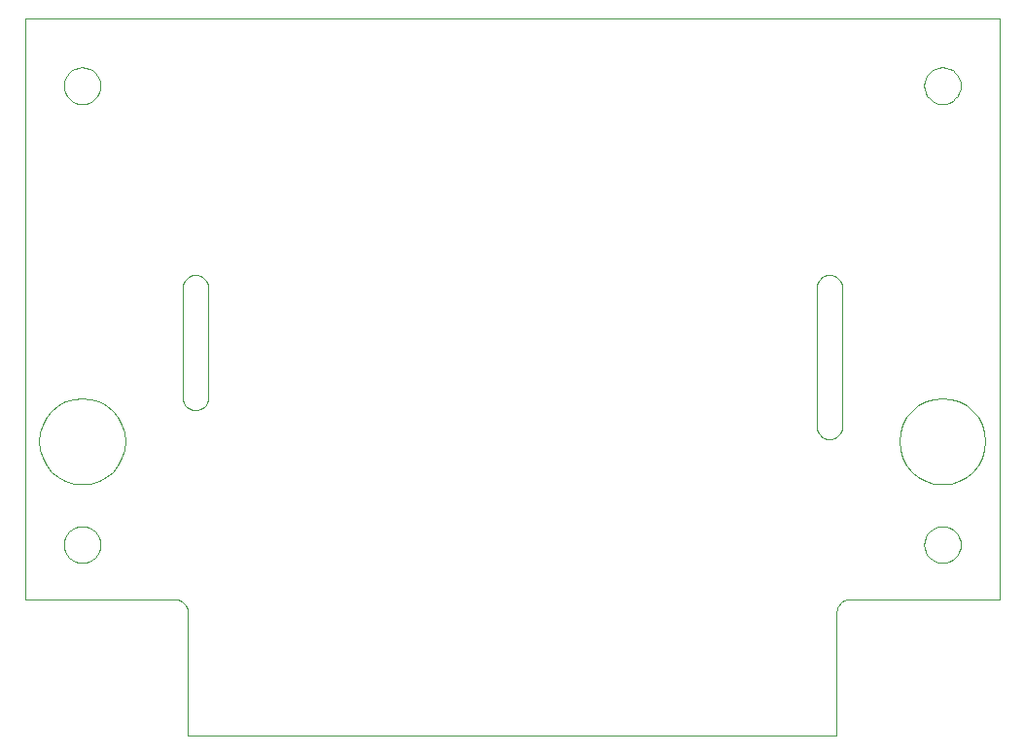
<source format=gm1>
G04 #@! TF.FileFunction,Profile,NP*
%FSLAX46Y46*%
G04 Gerber Fmt 4.6, Leading zero omitted, Abs format (unit mm)*
G04 Created by KiCad (PCBNEW 4.0.5+dfsg1-2) date Thu Jan 19 18:20:22 2017*
%MOMM*%
%LPD*%
G01*
G04 APERTURE LIST*
%ADD10C,0.100000*%
G04 APERTURE END LIST*
D10*
X65741840Y-108802935D02*
X65419167Y-108770208D01*
X66042757Y-108896748D02*
X65741840Y-108802935D01*
X66315362Y-109045093D02*
X66042757Y-108896748D01*
X66553102Y-109241412D02*
X66315362Y-109045093D01*
X66749421Y-109479151D02*
X66553102Y-109241412D01*
X66897765Y-109751757D02*
X66749421Y-109479151D01*
X66991578Y-110052674D02*
X66897765Y-109751757D01*
X67024306Y-110375347D02*
X66991578Y-110052674D01*
X66991578Y-110697642D02*
X67024306Y-110375347D01*
X66897765Y-110997560D02*
X66991578Y-110697642D01*
X66749421Y-111268753D02*
X66897765Y-110997560D01*
X66553102Y-111504874D02*
X66749421Y-111268753D01*
X66315362Y-111699573D02*
X66553102Y-111504874D01*
X66042757Y-111846504D02*
X66315362Y-111699573D01*
X65741840Y-111939318D02*
X66042757Y-111846504D01*
X65419167Y-111971667D02*
X65741840Y-111939318D01*
X65096873Y-111939318D02*
X65419167Y-111971667D01*
X64796955Y-111846504D02*
X65096873Y-111939318D01*
X64525761Y-111699573D02*
X64796955Y-111846504D01*
X64289641Y-111504874D02*
X64525761Y-111699573D01*
X64094941Y-111268753D02*
X64289641Y-111504874D01*
X63948010Y-110997560D02*
X64094941Y-111268753D01*
X63855196Y-110697642D02*
X63948010Y-110997560D01*
X63822847Y-110375347D02*
X63855196Y-110697642D01*
X63855196Y-110052674D02*
X63822847Y-110375347D01*
X63948010Y-109751757D02*
X63855196Y-110052674D01*
X64094941Y-109479151D02*
X63948010Y-109751757D01*
X64289641Y-109241412D02*
X64094941Y-109479151D01*
X64525761Y-109045093D02*
X64289641Y-109241412D01*
X64796955Y-108896748D02*
X64525761Y-109045093D01*
X65096873Y-108802935D02*
X64796955Y-108896748D01*
X65419167Y-108770208D02*
X65096873Y-108802935D01*
X140645003Y-108802935D02*
X140322708Y-108770208D01*
X140944921Y-108896748D02*
X140645003Y-108802935D01*
X141216114Y-109045093D02*
X140944921Y-108896748D01*
X141452235Y-109241412D02*
X141216114Y-109045093D01*
X141646935Y-109479151D02*
X141452235Y-109241412D01*
X141793865Y-109751757D02*
X141646935Y-109479151D01*
X141886679Y-110052674D02*
X141793865Y-109751757D01*
X141919028Y-110375347D02*
X141886679Y-110052674D01*
X141886679Y-110697642D02*
X141919028Y-110375347D01*
X141793865Y-110997560D02*
X141886679Y-110697642D01*
X141646935Y-111268753D02*
X141793865Y-110997560D01*
X141452235Y-111504874D02*
X141646935Y-111268753D01*
X141216114Y-111699573D02*
X141452235Y-111504874D01*
X140944921Y-111846504D02*
X141216114Y-111699573D01*
X140645003Y-111939318D02*
X140944921Y-111846504D01*
X140322708Y-111971667D02*
X140645003Y-111939318D01*
X140000035Y-111939318D02*
X140322708Y-111971667D01*
X139699119Y-111846504D02*
X140000035Y-111939318D01*
X139426512Y-111699573D02*
X139699119Y-111846504D01*
X139188773Y-111504874D02*
X139426512Y-111699573D01*
X138992454Y-111268753D02*
X139188773Y-111504874D01*
X138844109Y-110997560D02*
X138992454Y-111268753D01*
X138750296Y-110697642D02*
X138844109Y-110997560D01*
X138717569Y-110375347D02*
X138750296Y-110697642D01*
X138750296Y-110052674D02*
X138717569Y-110375347D01*
X138844109Y-109751757D02*
X138750296Y-110052674D01*
X138992454Y-109479151D02*
X138844109Y-109751757D01*
X139188773Y-109241412D02*
X138992454Y-109479151D01*
X139426512Y-109045093D02*
X139188773Y-109241412D01*
X139699119Y-108896748D02*
X139426512Y-109045093D01*
X140000035Y-108802935D02*
X139699119Y-108896748D01*
X140322708Y-108770208D02*
X140000035Y-108802935D01*
X66175225Y-97698543D02*
X65419167Y-97622431D01*
X66879940Y-97916853D02*
X66175225Y-97698543D01*
X67518066Y-98262324D02*
X66879940Y-97916853D01*
X68074357Y-98719914D02*
X67518066Y-98262324D01*
X68533566Y-99274585D02*
X68074357Y-98719914D01*
X68880449Y-99911298D02*
X68533566Y-99274585D01*
X69099759Y-100615013D02*
X68880449Y-99911298D01*
X69176250Y-101370694D02*
X69099759Y-100615013D01*
X69099759Y-102126375D02*
X69176250Y-101370694D01*
X68880449Y-102830091D02*
X69099759Y-102126375D01*
X68533566Y-103466804D02*
X68880449Y-102830091D01*
X68074357Y-104021475D02*
X68533566Y-103466804D01*
X67518066Y-104479065D02*
X68074357Y-104021475D01*
X66879940Y-104824536D02*
X67518066Y-104479065D01*
X66175225Y-105042846D02*
X66879940Y-104824536D01*
X65419167Y-105118958D02*
X66175225Y-105042846D01*
X64663487Y-105042846D02*
X65419167Y-105118958D01*
X63959771Y-104824536D02*
X64663487Y-105042846D01*
X63323058Y-104479065D02*
X63959771Y-104824536D01*
X62768386Y-104021475D02*
X63323058Y-104479065D01*
X62310796Y-103466804D02*
X62768386Y-104021475D01*
X61965326Y-102830091D02*
X62310796Y-103466804D01*
X61747015Y-102126375D02*
X61965326Y-102830091D01*
X61670903Y-101370694D02*
X61747015Y-102126375D01*
X61747015Y-100615013D02*
X61670903Y-101370694D01*
X61965326Y-99911298D02*
X61747015Y-100615013D01*
X62310796Y-99274585D02*
X61965326Y-99911298D01*
X62768386Y-98719914D02*
X62310796Y-99274585D01*
X63323058Y-98262324D02*
X62768386Y-98719914D01*
X63959771Y-97916853D02*
X63323058Y-98262324D01*
X64663487Y-97698543D02*
X63959771Y-97916853D01*
X65419167Y-97622431D02*
X64663487Y-97698543D01*
X141078387Y-97698543D02*
X140322708Y-97622431D01*
X141782102Y-97916853D02*
X141078387Y-97698543D01*
X142418815Y-98262324D02*
X141782102Y-97916853D01*
X142973486Y-98719914D02*
X142418815Y-98262324D01*
X143431078Y-99274585D02*
X142973486Y-98719914D01*
X143776550Y-99911298D02*
X143431078Y-99274585D01*
X143994860Y-100615013D02*
X143776550Y-99911298D01*
X144070972Y-101370694D02*
X143994860Y-100615013D01*
X143994860Y-102126373D02*
X144070972Y-101370694D01*
X143776550Y-102830088D02*
X143994860Y-102126373D01*
X143431078Y-103466801D02*
X143776550Y-102830088D01*
X142973486Y-104021472D02*
X143431078Y-103466801D01*
X142418815Y-104479065D02*
X142973486Y-104021472D01*
X141782102Y-104824536D02*
X142418815Y-104479065D01*
X141078387Y-105042846D02*
X141782102Y-104824536D01*
X140322708Y-105118958D02*
X141078387Y-105042846D01*
X139567027Y-105042846D02*
X140322708Y-105118958D01*
X138863312Y-104824536D02*
X139567027Y-105042846D01*
X138226599Y-104479065D02*
X138863312Y-104824536D01*
X137671928Y-104021472D02*
X138226599Y-104479065D01*
X137214338Y-103466801D02*
X137671928Y-104021472D01*
X136868867Y-102830088D02*
X137214338Y-103466801D01*
X136650557Y-102126373D02*
X136868867Y-102830088D01*
X136574444Y-101370694D02*
X136650557Y-102126373D01*
X136650557Y-100615013D02*
X136574444Y-101370694D01*
X136868867Y-99911298D02*
X136650557Y-100615013D01*
X137214338Y-99274585D02*
X136868867Y-99911298D01*
X137671928Y-98719914D02*
X137214338Y-99274585D01*
X138226599Y-98262324D02*
X137671928Y-98719914D01*
X138863312Y-97916853D02*
X138226599Y-98262324D01*
X139567027Y-97698543D02*
X138863312Y-97916853D01*
X140322708Y-97622431D02*
X139567027Y-97698543D01*
X75492284Y-86893993D02*
X75270486Y-86871528D01*
X75699043Y-86958362D02*
X75492284Y-86893993D01*
X75886283Y-87060168D02*
X75699043Y-86958362D01*
X76049526Y-87194932D02*
X75886283Y-87060168D01*
X76184290Y-87358175D02*
X76049526Y-87194932D01*
X76286096Y-87545415D02*
X76184290Y-87358175D01*
X76350465Y-87752174D02*
X76286096Y-87545415D01*
X76372916Y-87973972D02*
X76350465Y-87752174D01*
X76372916Y-89173417D02*
X76372916Y-87973972D01*
X76372916Y-90372861D02*
X76372916Y-89173417D01*
X76372916Y-91572306D02*
X76372916Y-90372861D01*
X76372916Y-92771750D02*
X76372916Y-91572306D01*
X76372916Y-93971195D02*
X76372916Y-92771750D01*
X76372916Y-95170639D02*
X76372916Y-93971195D01*
X76372916Y-96370084D02*
X76372916Y-95170639D01*
X76372916Y-97569528D02*
X76372916Y-96370084D01*
X76350465Y-97791326D02*
X76372916Y-97569528D01*
X76286096Y-97998085D02*
X76350465Y-97791326D01*
X76184290Y-98185326D02*
X76286096Y-97998085D01*
X76049526Y-98348569D02*
X76184290Y-98185326D01*
X75886283Y-98483333D02*
X76049526Y-98348569D01*
X75699043Y-98585139D02*
X75886283Y-98483333D01*
X75492284Y-98649508D02*
X75699043Y-98585139D01*
X75270486Y-98671944D02*
X75492284Y-98649508D01*
X75048687Y-98649508D02*
X75270486Y-98671944D01*
X74841928Y-98585139D02*
X75048687Y-98649508D01*
X74654687Y-98483333D02*
X74841928Y-98585139D01*
X74491446Y-98348569D02*
X74654687Y-98483333D01*
X74356682Y-98185326D02*
X74491446Y-98348569D01*
X74254876Y-97998085D02*
X74356682Y-98185326D01*
X74190507Y-97791326D02*
X74254876Y-97998085D01*
X74168056Y-97569528D02*
X74190507Y-97791326D01*
X74168056Y-96370084D02*
X74168056Y-97569528D01*
X74168056Y-95170639D02*
X74168056Y-96370084D01*
X74168056Y-93971195D02*
X74168056Y-95170639D01*
X74168056Y-92771750D02*
X74168056Y-93971195D01*
X74168056Y-91572306D02*
X74168056Y-92771750D01*
X74168056Y-90372861D02*
X74168056Y-91572306D01*
X74168056Y-89173417D02*
X74168056Y-90372861D01*
X74168056Y-87973972D02*
X74168056Y-89173417D01*
X74190507Y-87752174D02*
X74168056Y-87973972D01*
X74254876Y-87545415D02*
X74190507Y-87752174D01*
X74356682Y-87358175D02*
X74254876Y-87545415D01*
X74491446Y-87194932D02*
X74356682Y-87358175D01*
X74654687Y-87060168D02*
X74491446Y-87194932D01*
X74841928Y-86958362D02*
X74654687Y-87060168D01*
X75048687Y-86893993D02*
X74841928Y-86958362D01*
X75270486Y-86871528D02*
X75048687Y-86893993D01*
X130693187Y-86893993D02*
X130471389Y-86871528D01*
X130899946Y-86958362D02*
X130693187Y-86893993D01*
X131087186Y-87060168D02*
X130899946Y-86958362D01*
X131250429Y-87194932D02*
X131087186Y-87060168D01*
X131385193Y-87358175D02*
X131250429Y-87194932D01*
X131486999Y-87545415D02*
X131385193Y-87358175D01*
X131551369Y-87752174D02*
X131486999Y-87545415D01*
X131573834Y-87973972D02*
X131551369Y-87752174D01*
X131573834Y-89486506D02*
X131573834Y-87973972D01*
X131573834Y-90999042D02*
X131573834Y-89486506D01*
X131573834Y-92511575D02*
X131573834Y-90999042D01*
X131573834Y-94024111D02*
X131573834Y-92511575D01*
X131573834Y-95536645D02*
X131573834Y-94024111D01*
X131573834Y-97049181D02*
X131573834Y-95536645D01*
X131573834Y-98561714D02*
X131573834Y-97049181D01*
X131573834Y-100074250D02*
X131573834Y-98561714D01*
X131551369Y-100295670D02*
X131573834Y-100074250D01*
X131486999Y-100501430D02*
X131551369Y-100295670D01*
X131385193Y-100687257D02*
X131486999Y-100501430D01*
X131250429Y-100848880D02*
X131385193Y-100687257D01*
X131087186Y-100982024D02*
X131250429Y-100848880D01*
X130899946Y-101082419D02*
X131087186Y-100982024D01*
X130693187Y-101145789D02*
X130899946Y-101082419D01*
X130471389Y-101167859D02*
X130693187Y-101145789D01*
X130249590Y-101145789D02*
X130471389Y-101167859D01*
X130042832Y-101082419D02*
X130249590Y-101145789D01*
X129855591Y-100982024D02*
X130042832Y-101082419D01*
X129692348Y-100848880D02*
X129855591Y-100982024D01*
X129557584Y-100687257D02*
X129692348Y-100848880D01*
X129455778Y-100501430D02*
X129557584Y-100687257D01*
X129391409Y-100295670D02*
X129455778Y-100501430D01*
X129368944Y-100074250D02*
X129391409Y-100295670D01*
X129368944Y-98561714D02*
X129368944Y-100074250D01*
X129368944Y-97049181D02*
X129368944Y-98561714D01*
X129368944Y-95536645D02*
X129368944Y-97049181D01*
X129368944Y-94024111D02*
X129368944Y-95536645D01*
X129368944Y-92511575D02*
X129368944Y-94024111D01*
X129368944Y-90999042D02*
X129368944Y-92511575D01*
X129368944Y-89486506D02*
X129368944Y-90999042D01*
X129368944Y-87973972D02*
X129368944Y-89486506D01*
X129391409Y-87752174D02*
X129368944Y-87973972D01*
X129455778Y-87545415D02*
X129391409Y-87752174D01*
X129557584Y-87358175D02*
X129455778Y-87545415D01*
X129692348Y-87194932D02*
X129557584Y-87358175D01*
X129855591Y-87060168D02*
X129692348Y-87194932D01*
X130042832Y-86958362D02*
X129855591Y-87060168D01*
X130249590Y-86893993D02*
X130042832Y-86958362D01*
X130471389Y-86871528D02*
X130249590Y-86893993D01*
X65741840Y-68806376D02*
X65419167Y-68774028D01*
X66042757Y-68899191D02*
X65741840Y-68806376D01*
X66315362Y-69046121D02*
X66042757Y-68899191D01*
X66553102Y-69240821D02*
X66315362Y-69046121D01*
X66749421Y-69476942D02*
X66553102Y-69240821D01*
X66897765Y-69748135D02*
X66749421Y-69476942D01*
X66991578Y-70048052D02*
X66897765Y-69748135D01*
X67024306Y-70370347D02*
X66991578Y-70048052D01*
X66991578Y-70693020D02*
X67024306Y-70370347D01*
X66897765Y-70993937D02*
X66991578Y-70693020D01*
X66749421Y-71266544D02*
X66897765Y-70993937D01*
X66553102Y-71504282D02*
X66749421Y-71266544D01*
X66315362Y-71700602D02*
X66553102Y-71504282D01*
X66042757Y-71848946D02*
X66315362Y-71700602D01*
X65741840Y-71942760D02*
X66042757Y-71848946D01*
X65419167Y-71975486D02*
X65741840Y-71942760D01*
X65096873Y-71942760D02*
X65419167Y-71975486D01*
X64796955Y-71848946D02*
X65096873Y-71942760D01*
X64525761Y-71700602D02*
X64796955Y-71848946D01*
X64289641Y-71504282D02*
X64525761Y-71700602D01*
X64094941Y-71266544D02*
X64289641Y-71504282D01*
X63948010Y-70993937D02*
X64094941Y-71266544D01*
X63855196Y-70693020D02*
X63948010Y-70993937D01*
X63822847Y-70370347D02*
X63855196Y-70693020D01*
X63855196Y-70048052D02*
X63822847Y-70370347D01*
X63948010Y-69748135D02*
X63855196Y-70048052D01*
X64094941Y-69476942D02*
X63948010Y-69748135D01*
X64289641Y-69240821D02*
X64094941Y-69476942D01*
X64525761Y-69046121D02*
X64289641Y-69240821D01*
X64796955Y-68899191D02*
X64525761Y-69046121D01*
X65096873Y-68806376D02*
X64796955Y-68899191D01*
X65419167Y-68774028D02*
X65096873Y-68806376D01*
X140645003Y-68806376D02*
X140322708Y-68774028D01*
X140944921Y-68899191D02*
X140645003Y-68806376D01*
X141216114Y-69046121D02*
X140944921Y-68899191D01*
X141452235Y-69240821D02*
X141216114Y-69046121D01*
X141646935Y-69476942D02*
X141452235Y-69240821D01*
X141793865Y-69748135D02*
X141646935Y-69476942D01*
X141886679Y-70048052D02*
X141793865Y-69748135D01*
X141919028Y-70370347D02*
X141886679Y-70048052D01*
X141886679Y-70693020D02*
X141919028Y-70370347D01*
X141793865Y-70993937D02*
X141886679Y-70693020D01*
X141646935Y-71266544D02*
X141793865Y-70993937D01*
X141452235Y-71504282D02*
X141646935Y-71266544D01*
X141216114Y-71700602D02*
X141452235Y-71504282D01*
X140944921Y-71848946D02*
X141216114Y-71700602D01*
X140645003Y-71942760D02*
X140944921Y-71848946D01*
X140322708Y-71975486D02*
X140645003Y-71942760D01*
X140000035Y-71942760D02*
X140322708Y-71975486D01*
X139699119Y-71848946D02*
X140000035Y-71942760D01*
X139426512Y-71700602D02*
X139699119Y-71848946D01*
X139188773Y-71504282D02*
X139426512Y-71700602D01*
X138992454Y-71266544D02*
X139188773Y-71504282D01*
X138844109Y-70993937D02*
X138992454Y-71266544D01*
X138750296Y-70693020D02*
X138844109Y-70993937D01*
X138717569Y-70370347D02*
X138750296Y-70693020D01*
X138750296Y-70048052D02*
X138717569Y-70370347D01*
X138844109Y-69748135D02*
X138750296Y-70048052D01*
X138992454Y-69476942D02*
X138844109Y-69748135D01*
X139188773Y-69240821D02*
X138992454Y-69476942D01*
X139426512Y-69046121D02*
X139188773Y-69240821D01*
X139699119Y-68899191D02*
X139426512Y-69046121D01*
X140000035Y-68806376D02*
X139699119Y-68899191D01*
X140322708Y-68774028D02*
X140000035Y-68806376D01*
X60445006Y-64496597D02*
X145296875Y-64496597D01*
X60445006Y-115146653D02*
X60445006Y-64496597D01*
X73524242Y-115146653D02*
X60445006Y-115146653D01*
X73745642Y-115169230D02*
X73524242Y-115146653D01*
X73951392Y-115233605D02*
X73745642Y-115169230D01*
X74137219Y-115335431D02*
X73951392Y-115233605D01*
X74298846Y-115470192D02*
X74137219Y-115335431D01*
X74431999Y-115633429D02*
X74298846Y-115470192D01*
X74532401Y-115820684D02*
X74431999Y-115633429D01*
X74595777Y-116027440D02*
X74532401Y-115820684D01*
X74617853Y-116249210D02*
X74595777Y-116027440D01*
X74617853Y-127000099D02*
X74617853Y-116249210D01*
X131124033Y-127000099D02*
X74617853Y-127000099D01*
X131124033Y-116249210D02*
X131124033Y-127000099D01*
X131146103Y-116027440D02*
X131124033Y-116249210D01*
X131209479Y-115820684D02*
X131146103Y-116027440D01*
X131309882Y-115633429D02*
X131209479Y-115820684D01*
X131443035Y-115470192D02*
X131309882Y-115633429D01*
X131604661Y-115335431D02*
X131443035Y-115470192D01*
X131790487Y-115233605D02*
X131604661Y-115335431D01*
X131996238Y-115169230D02*
X131790487Y-115233605D01*
X132217639Y-115146653D02*
X131996238Y-115169230D01*
X145296875Y-115146653D02*
X132217639Y-115146653D01*
X145296875Y-64496597D02*
X145296875Y-115146653D01*
M02*

</source>
